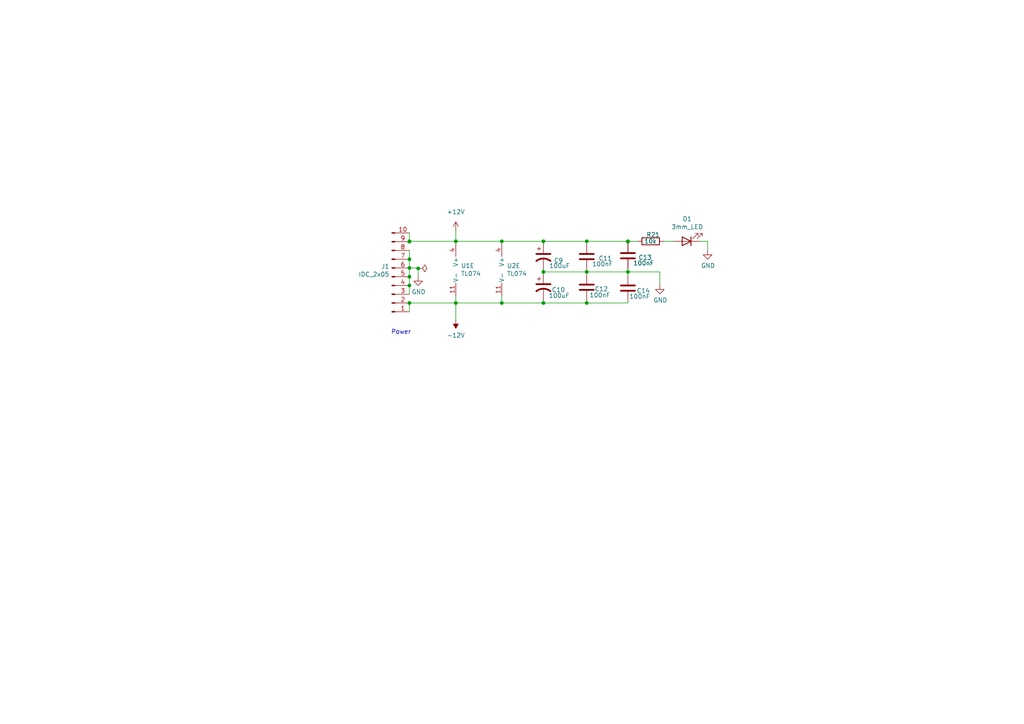
<source format=kicad_sch>
(kicad_sch (version 20211123) (generator eeschema)
  (paper "A4")
  (lib_symbols
    (symbol "Amplifier_Operational:TL074" (pin_names (offset 0.127))
      (property "Reference" "U" (at 0 5.08 0))
      (property "Value" "TL074" (at 0 -5.08 0))
      (symbol "TL074_1_1"
        (polyline (pts (xy -5.08 5.08) (xy 5.08 0) (xy -5.08 -5.08) (xy -5.08 5.08)) (stroke (width 0.254)) (fill (type background)))
        (pin output line (at 7.62 0 180) (length 2.54) (name "~") (number "1"))
        (pin input line (at -7.62 -2.54 0) (length 2.54) (name "-") (number "2"))
        (pin input line (at -7.62 2.54 0) (length 2.54) (name "+") (number "3"))
      )
      (symbol "TL074_2_1"
        (polyline (pts (xy -5.08 5.08) (xy 5.08 0) (xy -5.08 -5.08) (xy -5.08 5.08)) (stroke (width 0.254)) (fill (type background)))
        (pin input line (at -7.62 2.54 0) (length 2.54) (name "+") (number "5"))
        (pin input line (at -7.62 -2.54 0) (length 2.54) (name "-") (number "6"))
        (pin output line (at 7.62 0 180) (length 2.54) (name "~") (number "7"))
      )
      (symbol "TL074_3_1"
        (polyline (pts (xy -5.08 5.08) (xy 5.08 0) (xy -5.08 -5.08) (xy -5.08 5.08)) (stroke (width 0.254)) (fill (type background)))
        (pin input line (at -7.62 2.54 0) (length 2.54) (name "+") (number "10"))
        (pin output line (at 7.62 0 180) (length 2.54) (name "~") (number "8"))
        (pin input line (at -7.62 -2.54 0) (length 2.54) (name "-") (number "9"))
      )
      (symbol "TL074_4_1"
        (polyline (pts (xy -5.08 5.08) (xy 5.08 0) (xy -5.08 -5.08) (xy -5.08 5.08)) (stroke (width 0.254)) (fill (type background)))
        (pin input line (at -7.62 2.54 0) (length 2.54) (name "+") (number "12"))
        (pin input line (at -7.62 -2.54 0) (length 2.54) (name "-") (number "13"))
        (pin output line (at 7.62 0 180) (length 2.54) (name "~") (number "14"))
      )
      (symbol "TL074_5_1"
        (pin power_in line (at -2.54 -7.62 90) (length 3.81) (name "V-") (number "11"))
        (pin power_in line (at -2.54 7.62 270) (length 3.81) (name "V+") (number "4"))
      )
    )
    (symbol "Connector:Conn_01x10_Male" (pin_names (offset 1.016) hide)
      (property "Reference" "J" (at 0 12.7 0))
      (property "Value" "Conn_01x10_Male" (at 0 -15.24 0))
      (symbol "Conn_01x10_Male_1_1"
        (polyline (pts (xy 1.27 -12.7) (xy 0.8636 -12.7)) (stroke (width 0.1524)))
        (polyline (pts (xy 1.27 -10.16) (xy 0.8636 -10.16)) (stroke (width 0.1524)))
        (polyline (pts (xy 1.27 -7.62) (xy 0.8636 -7.62)) (stroke (width 0.1524)))
        (polyline (pts (xy 1.27 -5.08) (xy 0.8636 -5.08)) (stroke (width 0.1524)))
        (polyline (pts (xy 1.27 -2.54) (xy 0.8636 -2.54)) (stroke (width 0.1524)))
        (polyline (pts (xy 1.27 0) (xy 0.8636 0)) (stroke (width 0.1524)))
        (polyline (pts (xy 1.27 2.54) (xy 0.8636 2.54)) (stroke (width 0.1524)))
        (polyline (pts (xy 1.27 5.08) (xy 0.8636 5.08)) (stroke (width 0.1524)))
        (polyline (pts (xy 1.27 7.62) (xy 0.8636 7.62)) (stroke (width 0.1524)))
        (polyline (pts (xy 1.27 10.16) (xy 0.8636 10.16)) (stroke (width 0.1524)))
        (rectangle (start 0.8636 -12.573) (end 0 -12.827) (stroke (width 0.1524)) (fill (type outline)))
        (rectangle (start 0.8636 -10.033) (end 0 -10.287) (stroke (width 0.1524)) (fill (type outline)))
        (rectangle (start 0.8636 -7.493) (end 0 -7.747) (stroke (width 0.1524)) (fill (type outline)))
        (rectangle (start 0.8636 -4.953) (end 0 -5.207) (stroke (width 0.1524)) (fill (type outline)))
        (rectangle (start 0.8636 -2.413) (end 0 -2.667) (stroke (width 0.1524)) (fill (type outline)))
        (rectangle (start 0.8636 0.127) (end 0 -0.127) (stroke (width 0.1524)) (fill (type outline)))
        (rectangle (start 0.8636 2.667) (end 0 2.413) (stroke (width 0.1524)) (fill (type outline)))
        (rectangle (start 0.8636 5.207) (end 0 4.953) (stroke (width 0.1524)) (fill (type outline)))
        (rectangle (start 0.8636 7.747) (end 0 7.493) (stroke (width 0.1524)) (fill (type outline)))
        (rectangle (start 0.8636 10.287) (end 0 10.033) (stroke (width 0.1524)) (fill (type outline)))
        (pin passive line (at 5.08 10.16 180) (length 3.81) (name "Pin_1") (number "1"))
        (pin passive line (at 5.08 -12.7 180) (length 3.81) (name "Pin_10") (number "10"))
        (pin passive line (at 5.08 7.62 180) (length 3.81) (name "Pin_2") (number "2"))
        (pin passive line (at 5.08 5.08 180) (length 3.81) (name "Pin_3") (number "3"))
        (pin passive line (at 5.08 2.54 180) (length 3.81) (name "Pin_4") (number "4"))
        (pin passive line (at 5.08 0 180) (length 3.81) (name "Pin_5") (number "5"))
        (pin passive line (at 5.08 -2.54 180) (length 3.81) (name "Pin_6") (number "6"))
        (pin passive line (at 5.08 -5.08 180) (length 3.81) (name "Pin_7") (number "7"))
        (pin passive line (at 5.08 -7.62 180) (length 3.81) (name "Pin_8") (number "8"))
        (pin passive line (at 5.08 -10.16 180) (length 3.81) (name "Pin_9") (number "9"))
      )
    )
    (symbol "Device:C" (pin_numbers hide) (pin_names (offset 0.254))
      (property "Reference" "C" (at 0.635 2.54 0))
      (property "Value" "C" (at 0.635 -2.54 0))
      (symbol "C_0_1"
        (polyline (pts (xy -2.032 -0.762) (xy 2.032 -0.762)) (stroke (width 0.508)))
        (polyline (pts (xy -2.032 0.762) (xy 2.032 0.762)) (stroke (width 0.508)))
      )
      (symbol "C_1_1"
        (pin passive line (at 0 3.81 270) (length 2.794) (name "~") (number "1"))
        (pin passive line (at 0 -3.81 90) (length 2.794) (name "~") (number "2"))
      )
    )
    (symbol "Device:C_Polarized_US" (pin_numbers hide) (pin_names (offset 0.254) hide)
      (property "Reference" "C" (at 0.635 2.54 0))
      (property "Value" "C_Polarized_US" (at 0.635 -2.54 0))
      (symbol "C_Polarized_US_0_1"
        (polyline (pts (xy -2.032 0.762) (xy 2.032 0.762)) (stroke (width 0.508)))
        (polyline (pts (xy -1.778 2.286) (xy -0.762 2.286)))
        (polyline (pts (xy -1.27 1.778) (xy -1.27 2.794)))
        (arc (start 2.032 -1.27) (mid 0 -0.5572) (end -2.032 -1.27) (stroke (width 0.508)))
      )
      (symbol "C_Polarized_US_1_1"
        (pin passive line (at 0 3.81 270) (length 2.794) (name "~") (number "1"))
        (pin passive line (at 0 -3.81 90) (length 3.302) (name "~") (number "2"))
      )
    )
    (symbol "Device:LED" (pin_numbers hide) (pin_names (offset 1.016) hide)
      (property "Reference" "D" (at 0 2.54 0))
      (property "Value" "LED" (at 0 -2.54 0))
      (symbol "LED_0_1"
        (polyline (pts (xy -1.27 -1.27) (xy -1.27 1.27)) (stroke (width 0.254)))
        (polyline (pts (xy -1.27 0) (xy 1.27 0)))
        (polyline (pts (xy 1.27 -1.27) (xy 1.27 1.27) (xy -1.27 0) (xy 1.27 -1.27)) (stroke (width 0.254)))
        (polyline (pts (xy -3.048 -0.762) (xy -4.572 -2.286) (xy -3.81 -2.286) (xy -4.572 -2.286) (xy -4.572 -1.524)))
        (polyline (pts (xy -1.778 -0.762) (xy -3.302 -2.286) (xy -2.54 -2.286) (xy -3.302 -2.286) (xy -3.302 -1.524)))
      )
      (symbol "LED_1_1"
        (pin passive line (at -3.81 0 0) (length 2.54) (name "K") (number "1"))
        (pin passive line (at 3.81 0 180) (length 2.54) (name "A") (number "2"))
      )
    )
    (symbol "Device:R" (pin_numbers hide) (pin_names (offset 0))
      (property "Reference" "R" (at 2.032 0 90))
      (property "Value" "R" (at 0 0 90))
      (symbol "R_0_1"
        (rectangle (start -1.016 -2.54) (end 1.016 2.54) (stroke (width 0.254)))
      )
      (symbol "R_1_1"
        (pin passive line (at 0 3.81 270) (length 1.27) (name "~") (number "1"))
        (pin passive line (at 0 -3.81 90) (length 1.27) (name "~") (number "2"))
      )
    )
    (symbol "power:+12V" (power) (pin_names (offset 0))
      (property "Value" "+12V" (at 0 3.556 0))
      (symbol "+12V_0_1"
        (polyline (pts (xy -0.762 1.27) (xy 0 2.54)))
        (polyline (pts (xy 0 0) (xy 0 2.54)))
        (polyline (pts (xy 0 2.54) (xy 0.762 1.27)))
      )
      (symbol "+12V_1_1"
        (pin power_in line (at 0 0 90) (length 0) hide (name "+12V") (number "1"))
      )
    )
    (symbol "power:-12V" (power) (pin_names (offset 0))
      (property "Value" "-12V" (at 0 3.81 0))
      (symbol "-12V_0_0"
        (pin power_in line (at 0 0 90) (length 0) hide (name "-12V") (number "1"))
      )
      (symbol "-12V_0_1"
        (polyline (pts (xy 0 0) (xy 0 1.27) (xy 0.762 1.27) (xy 0 2.54) (xy -0.762 1.27) (xy 0 1.27)) (fill (type outline)))
      )
    )
    (symbol "power:GND" (power) (pin_names (offset 0))
      (property "Value" "GND" (at 0 -3.81 0))
      (symbol "GND_0_1"
        (polyline (pts (xy 0 0) (xy 0 -1.27) (xy 1.27 -1.27) (xy 0 -2.54) (xy -1.27 -1.27) (xy 0 -1.27)))
      )
      (symbol "GND_1_1"
        (pin power_in line (at 0 0 270) (length 0) hide (name "GND") (number "1"))
      )
    )
    (symbol "power:PWR_FLAG" (power) (pin_numbers hide) (pin_names (offset 0) hide)
      (property "Value" "PWR_FLAG" (at 0 3.81 0))
      (symbol "PWR_FLAG_0_0"
        (pin power_out line (at 0 0 90) (length 0) (name "pwr") (number "1"))
      )
      (symbol "PWR_FLAG_0_1"
        (polyline (pts (xy 0 0) (xy 0 1.27) (xy -1.016 1.905) (xy 0 2.54) (xy 1.016 1.905) (xy 0 1.27)))
      )
    )
  )
  (junction (at 145.542 87.884))
  (junction (at 157.607 78.867))
  (junction (at 182.118 78.867))
  (junction (at 118.745 70.104))
  (junction (at 170.18 87.884))
  (junction (at 182.118 70.104))
  (junction (at 145.542 69.977))
  (junction (at 118.745 75.184))
  (junction (at 132.207 69.977))
  (junction (at 182.118 69.977))
  (junction (at 118.745 69.977))
  (junction (at 132.207 87.884))
  (junction (at 170.18 78.867))
  (junction (at 170.18 69.977))
  (junction (at 118.745 80.264))
  (junction (at 118.745 87.884))
  (junction (at 157.607 69.977))
  (junction (at 118.745 77.724))
  (junction (at 118.745 82.804))
  (junction (at 121.285 77.851))
  (junction (at 157.607 87.884))
  (wire (pts (xy 170.18 78.867) (xy 182.118 78.867)))
  (wire (pts (xy 157.607 78.867) (xy 157.607 79.375)))
  (wire (pts (xy 182.118 77.978) (xy 182.118 78.867)))
  (wire (pts (xy 157.607 78.232) (xy 157.607 78.867)))
  (wire (pts (xy 170.18 87.884) (xy 182.118 87.884)))
  (wire (pts (xy 121.285 77.724) (xy 121.285 77.851)))
  (wire (pts (xy 170.18 69.977) (xy 170.18 70.612)))
  (wire (pts (xy 118.745 87.884) (xy 132.207 87.884)))
  (wire (pts (xy 202.946 69.977) (xy 205.232 69.977)))
  (wire (pts (xy 132.207 87.884) (xy 132.207 92.71)))
  (wire (pts (xy 192.532 69.977) (xy 195.326 69.977)))
  (wire (pts (xy 132.207 85.852) (xy 132.207 87.884)))
  (wire (pts (xy 118.745 80.264) (xy 118.745 82.804)))
  (wire (pts (xy 145.542 85.852) (xy 145.542 87.884)))
  (wire (pts (xy 118.745 69.977) (xy 132.207 69.977)))
  (wire (pts (xy 182.118 87.884) (xy 182.118 87.376)))
  (wire (pts (xy 121.285 77.851) (xy 121.285 80.264)))
  (wire (pts (xy 170.18 78.232) (xy 170.18 78.867)))
  (wire (pts (xy 182.118 78.867) (xy 191.389 78.867)))
  (wire (pts (xy 157.607 69.977) (xy 170.18 69.977)))
  (wire (pts (xy 157.607 87.884) (xy 170.18 87.884)))
  (wire (pts (xy 157.607 78.867) (xy 170.18 78.867)))
  (wire (pts (xy 118.745 72.644) (xy 118.745 75.184)))
  (wire (pts (xy 132.207 69.977) (xy 132.207 70.612)))
  (wire (pts (xy 182.118 69.977) (xy 182.118 70.104)))
  (wire (pts (xy 118.745 69.977) (xy 118.745 70.104)))
  (wire (pts (xy 132.207 87.884) (xy 145.542 87.884)))
  (wire (pts (xy 170.18 78.867) (xy 170.18 79.502)))
  (wire (pts (xy 145.542 87.884) (xy 157.607 87.884)))
  (wire (pts (xy 182.118 70.358) (xy 182.118 70.104)))
  (wire (pts (xy 170.18 87.122) (xy 170.18 87.884)))
  (wire (pts (xy 118.745 67.564) (xy 118.745 69.977)))
  (wire (pts (xy 132.207 69.977) (xy 145.542 69.977)))
  (wire (pts (xy 145.542 69.977) (xy 157.607 69.977)))
  (wire (pts (xy 205.232 69.977) (xy 205.232 72.644)))
  (wire (pts (xy 145.542 69.977) (xy 145.542 70.612)))
  (wire (pts (xy 118.745 87.884) (xy 118.745 90.424)))
  (wire (pts (xy 157.607 87.884) (xy 157.607 86.995)))
  (wire (pts (xy 170.18 69.977) (xy 182.118 69.977)))
  (wire (pts (xy 118.745 75.184) (xy 118.745 77.724)))
  (wire (pts (xy 118.745 82.804) (xy 118.745 85.344)))
  (wire (pts (xy 184.912 69.977) (xy 182.118 69.977)))
  (wire (pts (xy 118.745 77.724) (xy 118.745 80.264)))
  (wire (pts (xy 191.389 78.867) (xy 191.389 82.677)))
  (wire (pts (xy 118.745 77.724) (xy 121.285 77.724)))
  (wire (pts (xy 182.118 78.867) (xy 182.118 79.756)))
  (wire (pts (xy 132.207 66.929) (xy 132.207 69.977)))
  (wire (pts (xy 157.607 70.612) (xy 157.607 69.977)))
  (text "Power" (at 113.411 97.155 0) (effects (font (size 1.27 1.27)) (justify left bottom)))
  (symbol (lib_id "Connector:Conn_01x10_Male") (at 113.665 80.264 0) (mirror x) (unit 1)
    (property "Reference" "J1" (at 112.9538 77.2668 0) (effects (justify right)))
    (property "Value" "IDC_2x05" (at 112.9538 79.5782 0) (effects (justify right)))
    (property "Footprint" "Connector_IDC:IDC-Header_2x05_P2.54mm_Vertical" (effects hide))
    (property "Type" "Thru-hole" (effects hide))
    (property "LCSC Part #" "C706914" (effects hide))
    (property "Manufacturers Name" "XKB Connectivity " (effects hide))
    (property "Manufacturers Part Number" "X9555WV-2X05-6TV01" (effects hide))
    (property "Mfg #" "X9555WV-2X05-6TV01" (effects hide))
    (property "Package" "Straight,P=2.54mm" (effects hide))
    (property "Part Description" "IDC Connector 2x05 2.54mm Pitch Straight" (effects hide))
  )
  (symbol (lib_id "Device:C") (at 182.118 83.566 0) (unit 1)
    (property "Reference" "C14" (at 184.658 84.328 0) (effects (justify left)))
    (property "Value" "100nF" (at 182.499 85.979 0) (effects (justify left)))
    (property "Footprint" "benjiaomodular:Capacitor_Rect_L7.2mm_W2.5mm_P5.00mm" (effects hide))
  )
  (symbol (lib_id "power:-12V") (at 132.207 92.71 180) (unit 1)
    (property "Reference" "#PWR015" (effects hide))
    (property "Value" "-12V" (at 132.207 97.282 0))
  )
  (symbol (lib_id "power:PWR_FLAG") (at 121.285 77.851 270) (unit 1)
    (property "Reference" "#FLG01" (effects hide))
    (property "Value" "PWR_FLAG" (effects hide))
  )
  (symbol (lib_id "power:GND") (at 191.389 82.677 0) (unit 1)
    (property "Reference" "#PWR016" (effects hide))
    (property "Value" "GND" (at 191.516 87.0712 0))
  )
  (symbol (lib_id "Device:R") (at 188.722 69.977 270) (unit 1)
    (property "Reference" "R21" (at 187.452 68.072 90) (effects (justify left)))
    (property "Value" "10k" (at 186.817 69.977 90) (effects (justify left)))
    (property "Footprint" "benjiaomodular:Resistor_L6.3mm_D2.5mm_P7.62mm_Horizontal" (effects hide))
    (property "LCSC Part #" "C116677" (effects hide))
    (property "Mfg #" "AC0603FR-0710KL" (effects hide))
    (property "Manufacturers Part Number" "AC0603FR-0710KL" (effects hide))
    (property "Manufacturers Name" "YAGEO" (effects hide))
    (property "Package" "0603" (effects hide))
    (property "Type" "Surface mount" (effects hide))
    (property "Part Description" "Thick Film Resistors - SMD 10 kOhms 100mW 0603 1% AEC-Q200 " (effects hide))
  )
  (symbol (lib_id "power:GND") (at 205.232 72.644 0) (unit 1)
    (property "Reference" "#PWR017" (effects hide))
    (property "Value" "GND" (at 205.359 77.0382 0))
  )
  (symbol (lib_id "Device:C") (at 170.18 74.422 0) (unit 1)
    (property "Reference" "C11" (at 173.609 74.93 0) (effects (justify left)))
    (property "Value" "100nF" (at 171.704 76.581 0) (effects (justify left)))
    (property "Footprint" "benjiaomodular:Capacitor_Rect_L7.2mm_W2.5mm_P5.00mm" (effects hide))
  )
  (symbol (lib_id "Amplifier_Operational:TL074") (at 148.082 78.232 0) (unit 5)
    (property "Reference" "U2" (at 147.0152 77.0636 0) (effects (justify left)))
    (property "Value" "TL074" (at 147.0152 79.375 0) (effects (justify left)))
    (property "Footprint" "Package_DIP:DIP-14_W7.62mm" (effects hide))
    (property "Datasheet" "http://www.ti.com/lit/ds/symlink/tl071.pdf" (effects hide))
  )
  (symbol (lib_id "Device:C_Polarized_US") (at 157.607 83.185 0) (unit 1)
    (property "Reference" "C10" (at 160.02 84.074 0) (effects (justify left)))
    (property "Value" "100uF" (at 159.131 85.725 0) (effects (justify left)))
    (property "Footprint" "benjiaomodular:Capacitor_Radial_D5.0mm_P2.5mm" (effects hide))
  )
  (symbol (lib_id "Device:C") (at 170.18 83.312 0) (unit 1)
    (property "Reference" "C12" (at 172.466 83.82 0) (effects (justify left)))
    (property "Value" "100nF" (at 170.942 85.598 0) (effects (justify left)))
    (property "Footprint" "benjiaomodular:Capacitor_Rect_L7.2mm_W2.5mm_P5.00mm" (effects hide))
  )
  (symbol (lib_id "Amplifier_Operational:TL074") (at 134.747 78.232 0) (unit 5)
    (property "Reference" "U1" (at 133.6802 77.0636 0) (effects (justify left)))
    (property "Value" "TL074" (at 133.6802 79.375 0) (effects (justify left)))
    (property "Footprint" "Package_DIP:DIP-14_W7.62mm" (effects hide))
    (property "Datasheet" "http://www.ti.com/lit/ds/symlink/tl071.pdf" (effects hide))
  )
  (symbol (lib_id "Device:C") (at 182.118 74.168 0) (unit 1)
    (property "Reference" "C13" (at 185.166 74.676 0) (effects (justify left)))
    (property "Value" "100nF" (at 183.642 76.327 0) (effects (justify left)))
    (property "Footprint" "benjiaomodular:Capacitor_Rect_L7.2mm_W2.5mm_P5.00mm" (effects hide))
  )
  (symbol (lib_id "Device:C_Polarized_US") (at 157.607 74.422 0) (unit 1)
    (property "Reference" "C9" (at 160.655 75.565 0) (effects (justify left)))
    (property "Value" "100uF" (at 159.258 77.089 0) (effects (justify left)))
    (property "Footprint" "benjiaomodular:Capacitor_Radial_D5.0mm_P2.5mm" (effects hide))
  )
  (symbol (lib_id "Device:LED") (at 199.136 69.977 180) (unit 1)
    (property "Reference" "D1" (at 199.3138 63.5 0))
    (property "Value" "3mm_LED" (at 199.3138 65.8114 0))
    (property "Footprint" "LED_THT:LED_D3.0mm" (effects hide))
    (property "LCSC Part #" "C2856645" (effects hide))
    (property "Manufacturers Name" "EKINGLUX" (effects hide))
    (property "Manufacturers Part Number" "EL304RD" (effects hide))
    (property "Mfg #" "EL304RD" (effects hide))
    (property "Type" "Thru-hole" (effects hide))
    (property "Part Description" "3.0mm Round Through Hole LED" (effects hide))
  )
  (symbol (lib_id "power:GND") (at 121.285 80.264 0) (unit 1)
    (property "Reference" "#PWR013" (effects hide))
    (property "Value" "GND" (at 121.412 84.6582 0))
  )
  (symbol (lib_id "power:+12V") (at 132.207 66.929 0) (unit 1)
    (property "Reference" "#PWR014" (effects hide))
    (property "Value" "+12V" (at 132.207 61.468 0))
  )
)
</source>
